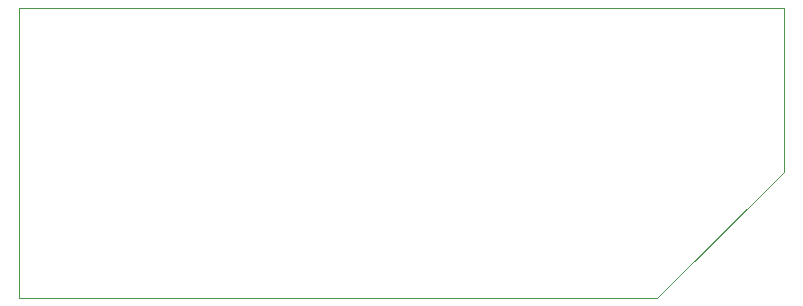
<source format=gbr>
%TF.GenerationSoftware,KiCad,Pcbnew,5.1.10*%
%TF.CreationDate,2021-11-10T11:04:15+01:00*%
%TF.ProjectId,PoE_Boost-Converter,506f455f-426f-46f7-9374-2d436f6e7665,rev?*%
%TF.SameCoordinates,Original*%
%TF.FileFunction,Profile,NP*%
%FSLAX46Y46*%
G04 Gerber Fmt 4.6, Leading zero omitted, Abs format (unit mm)*
G04 Created by KiCad (PCBNEW 5.1.10) date 2021-11-10 11:04:15*
%MOMM*%
%LPD*%
G01*
G04 APERTURE LIST*
%TA.AperFunction,Profile*%
%ADD10C,0.050000*%
%TD*%
G04 APERTURE END LIST*
D10*
X96500000Y-47300000D02*
X161200000Y-47300000D01*
X96500000Y-71900000D02*
X96500000Y-47300000D01*
X150500000Y-71900000D02*
X96500000Y-71900000D01*
X161200000Y-61200000D02*
X150500000Y-71900000D01*
X161200000Y-47300000D02*
X161200000Y-61200000D01*
M02*

</source>
